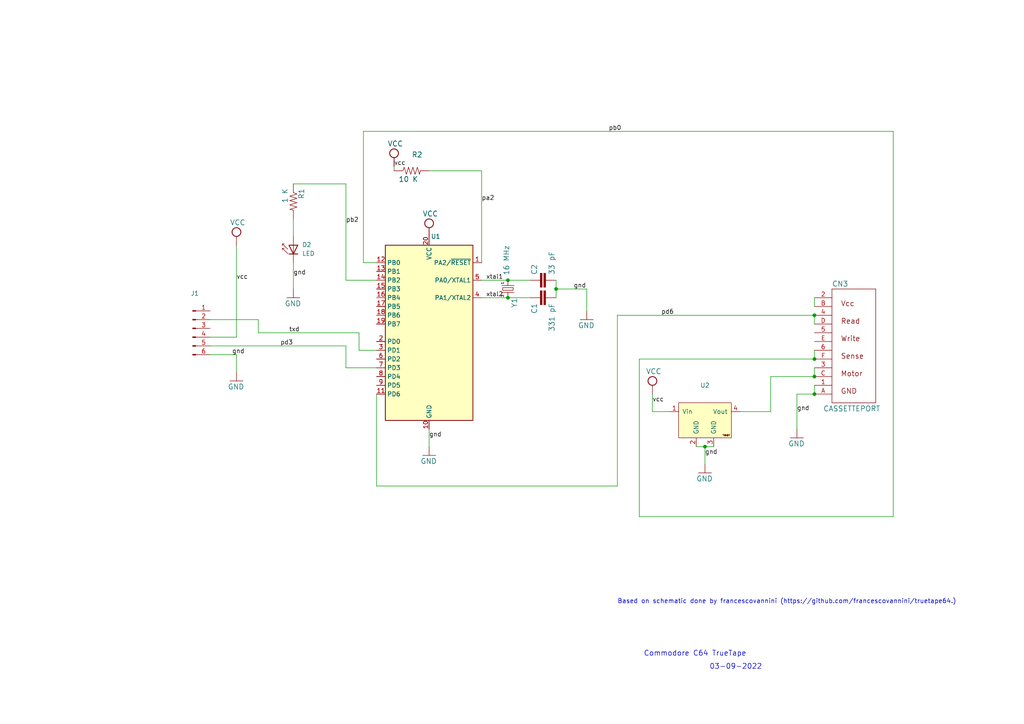
<source format=kicad_sch>
(kicad_sch (version 20230121) (generator eeschema)
  (paper "A4")
  (lib_symbols
    (symbol "CAPACITOR:CAPACITOR" (pin_names (offset 1.016))
      (property "Reference" "C" (at 1.524 0.381 0))
      (symbol "CAPACITOR_1_0"
        (rectangle (start -2.032 -2.032) (end 2.032 -1.524) (fill (type outline)))
        (rectangle (start -2.032 -1.016) (end 2.032 -0.508) (fill (type outline)))
        (polyline (pts (xy 0 -2.54) (xy 0 -2.032)))
        (polyline (pts (xy 0 0) (xy 0 -0.508)))
        (pin passive line (at 0 2.54 270) (length 2.54) (name "1") (number "1"))
        (pin passive line (at 0 -5.08 90) (length 2.54) (name "2") (number "2"))
      )
    )
    (symbol "CASSETTEPORT:CASSETTEPORT" (pin_names (offset 1.016))
      (property "Reference" "CN" (at -5.08 18.415 0))
      (property "Value" "CASSETTEPORT" (at -7.62 -17.78 0))
      (symbol "CASSETTEPORT_1_0"
        (polyline (pts (xy -5.08 -15.24) (xy 7.62 -15.24)))
        (polyline (pts (xy -5.08 17.78) (xy -5.08 -15.24)))
        (polyline (pts (xy 7.62 -15.24) (xy 7.62 17.78)))
        (polyline (pts (xy 7.62 17.78) (xy -5.08 17.78)))
        (text "GND" (at -2.54 -12.7 0) (effects (font (size 1.4986 1.4986)) (justify left bottom)))
        (text "Motor" (at -2.54 -7.62 0) (effects (font (size 1.4986 1.4986)) (justify left bottom)))
        (text "Read" (at -2.54 7.62 0) (effects (font (size 1.4986 1.4986)) (justify left bottom)))
        (text "Sense" (at -2.54 -2.54 0) (effects (font (size 1.4986 1.4986)) (justify left bottom)))
        (text "Vcc" (at -2.54 12.7 0) (effects (font (size 1.4986 1.4986)) (justify left bottom)))
        (text "Write" (at -2.54 2.54 0) (effects (font (size 1.4986 1.4986)) (justify left bottom)))
        (pin passive line (at -10.16 -10.16 0) (length 5.08) (name "GND1") (number "1"))
        (pin passive line (at -10.16 15.24 0) (length 5.08) (name "VCC1") (number "2"))
        (pin input line (at -10.16 -5.08 0) (length 5.08) (name "MOTOR1") (number "3"))
        (pin output line (at -10.16 10.16 0) (length 5.08) (name "READ1") (number "4"))
        (pin input line (at -10.16 5.08 0) (length 5.08) (name "WRITE1") (number "5"))
        (pin output line (at -10.16 0 0) (length 5.08) (name "SENSE1") (number "6"))
        (pin passive line (at -10.16 -12.7 0) (length 5.08) (name "GND2") (number "A"))
        (pin passive line (at -10.16 12.7 0) (length 5.08) (name "VCC2") (number "B"))
        (pin input line (at -10.16 -7.62 0) (length 5.08) (name "MOTOR2") (number "C"))
        (pin passive line (at -10.16 7.62 0) (length 5.08) (name "READ2") (number "D"))
        (pin input line (at -10.16 2.54 0) (length 5.08) (name "WRITE2") (number "E"))
        (pin passive line (at -10.16 -2.54 0) (length 5.08) (name "SENSE2") (number "F"))
      )
    )
    (symbol "CRYSTAL:CRYSTAL" (pin_names (offset 1.016))
      (property "Reference" "Y" (at 2.54 1.016 0))
      (property "Value" "CRYSTAL" (at 2.54 -2.54 0))
      (symbol "CRYSTAL_1_0"
        (polyline (pts (xy -2.54 0) (xy -1.016 0)))
        (polyline (pts (xy -1.016 1.778) (xy -1.016 -1.778)))
        (polyline (pts (xy -0.381 -1.524) (xy 0.381 -1.524)))
        (polyline (pts (xy -0.381 1.524) (xy -0.381 -1.524)))
        (polyline (pts (xy 0.381 -1.524) (xy 0.381 1.524)))
        (polyline (pts (xy 0.381 1.524) (xy -0.381 1.524)))
        (polyline (pts (xy 1.016 0) (xy 2.54 0)))
        (polyline (pts (xy 1.016 1.778) (xy 1.016 -1.778)))
        (text "1" (at -2.159 -1.143 0) (effects (font (size 0.7112 0.7112)) (justify left bottom)))
        (text "2" (at 1.524 -1.143 0) (effects (font (size 0.7112 0.7112)) (justify left bottom)))
        (pin passive line (at -2.54 0 0) (length 0) (name "1") (number "1"))
        (pin passive line (at 2.54 0 180) (length 0) (name "2") (number "2"))
      )
    )
    (symbol "Connector:Conn_01x06_Male" (pin_names (offset 1.016) hide)
      (property "Reference" "J" (at 0 7.62 0))
      (property "Value" "Conn_01x06_Male" (at 0 -10.16 0))
      (symbol "Conn_01x06_Male_1_1"
        (polyline (pts (xy 1.27 -7.62) (xy 0.8636 -7.62)) (stroke (width 0.1524)))
        (polyline (pts (xy 1.27 -5.08) (xy 0.8636 -5.08)) (stroke (width 0.1524)))
        (polyline (pts (xy 1.27 -2.54) (xy 0.8636 -2.54)) (stroke (width 0.1524)))
        (polyline (pts (xy 1.27 0) (xy 0.8636 0)) (stroke (width 0.1524)))
        (polyline (pts (xy 1.27 2.54) (xy 0.8636 2.54)) (stroke (width 0.1524)))
        (polyline (pts (xy 1.27 5.08) (xy 0.8636 5.08)) (stroke (width 0.1524)))
        (rectangle (start 0.8636 -7.493) (end 0 -7.747) (stroke (width 0.1524)) (fill (type outline)))
        (rectangle (start 0.8636 -4.953) (end 0 -5.207) (stroke (width 0.1524)) (fill (type outline)))
        (rectangle (start 0.8636 -2.413) (end 0 -2.667) (stroke (width 0.1524)) (fill (type outline)))
        (rectangle (start 0.8636 0.127) (end 0 -0.127) (stroke (width 0.1524)) (fill (type outline)))
        (rectangle (start 0.8636 2.667) (end 0 2.413) (stroke (width 0.1524)) (fill (type outline)))
        (rectangle (start 0.8636 5.207) (end 0 4.953) (stroke (width 0.1524)) (fill (type outline)))
        (pin passive line (at 5.08 5.08 180) (length 3.81) (name "Pin_1") (number "1"))
        (pin passive line (at 5.08 2.54 180) (length 3.81) (name "Pin_2") (number "2"))
        (pin passive line (at 5.08 0 180) (length 3.81) (name "Pin_3") (number "3"))
        (pin passive line (at 5.08 -2.54 180) (length 3.81) (name "Pin_4") (number "4"))
        (pin passive line (at 5.08 -5.08 180) (length 3.81) (name "Pin_5") (number "5"))
        (pin passive line (at 5.08 -7.62 180) (length 3.81) (name "Pin_6") (number "6"))
      )
    )
    (symbol "GND:GND" (power) (pin_names (offset 1.016))
      (property "Value" "GND" (at -2.54 -2.54 0))
      (symbol "GND_1_0"
        (polyline (pts (xy -1.905 0) (xy 1.905 0)))
        (pin power_in line (at 0 2.54 270) (length 2.54) (name "GND") (number "1"))
      )
    )
    (symbol "LED:CQY99" (pin_numbers hide) (pin_names (offset 1.016) hide)
      (property "Reference" "D" (at 0.508 1.778 0))
      (property "Value" "CQY99" (at -1.016 -2.794 0))
      (symbol "CQY99_0_1"
        (polyline (pts (xy -2.54 1.27) (xy -2.54 -1.27)) (stroke (width 0.254)))
        (polyline (pts (xy 0 0) (xy -2.54 0)))
        (polyline (pts (xy 0.381 3.175) (xy -0.127 3.175)))
        (polyline (pts (xy -1.143 1.651) (xy 0.381 3.175) (xy 0.381 2.667)))
        (polyline (pts (xy 0 -1.27) (xy -2.54 0) (xy 0 1.27) (xy 0 -1.27)) (stroke (width 0.254)))
        (polyline (pts (xy -2.413 1.651) (xy -0.889 3.175) (xy -0.889 2.667) (xy -0.889 3.175) (xy -1.397 3.175)))
      )
      (symbol "CQY99_1_1"
        (pin passive line (at -5.08 0 0) (length 2.54) (name "K") (number "1"))
        (pin passive line (at 2.54 0 180) (length 2.54) (name "A") (number "2"))
      )
    )
    (symbol "MCU_Microchip_ATtiny:ATtiny2313-20P"
      (property "Reference" "U" (at -12.7 26.67 0))
      (property "Value" "ATtiny2313-20P" (at 2.54 -26.67 0))
      (symbol "ATtiny2313-20P_0_1"
        (rectangle (start -12.7 -25.4) (end 12.7 25.4) (stroke (width 0.254)) (fill (type background)))
      )
      (symbol "ATtiny2313-20P_1_1"
        (pin bidirectional line (at -15.24 20.32 0) (length 2.54) (name "PA2/~{RESET}") (number "1"))
        (pin power_in line (at 0 -27.94 90) (length 2.54) (name "GND") (number "10"))
        (pin bidirectional line (at 15.24 -17.78 180) (length 2.54) (name "PD6") (number "11"))
        (pin bidirectional line (at 15.24 20.32 180) (length 2.54) (name "PB0") (number "12"))
        (pin bidirectional line (at 15.24 17.78 180) (length 2.54) (name "PB1") (number "13"))
        (pin bidirectional line (at 15.24 15.24 180) (length 2.54) (name "PB2") (number "14"))
        (pin bidirectional line (at 15.24 12.7 180) (length 2.54) (name "PB3") (number "15"))
        (pin bidirectional line (at 15.24 10.16 180) (length 2.54) (name "PB4") (number "16"))
        (pin bidirectional line (at 15.24 7.62 180) (length 2.54) (name "PB5") (number "17"))
        (pin bidirectional line (at 15.24 5.08 180) (length 2.54) (name "PB6") (number "18"))
        (pin bidirectional line (at 15.24 2.54 180) (length 2.54) (name "PB7") (number "19"))
        (pin bidirectional line (at 15.24 -2.54 180) (length 2.54) (name "PD0") (number "2"))
        (pin power_in line (at 0 27.94 270) (length 2.54) (name "VCC") (number "20"))
        (pin bidirectional line (at 15.24 -5.08 180) (length 2.54) (name "PD1") (number "3"))
        (pin bidirectional line (at -15.24 10.16 0) (length 2.54) (name "PA1/XTAL2") (number "4"))
        (pin bidirectional line (at -15.24 15.24 0) (length 2.54) (name "PA0/XTAL1") (number "5"))
        (pin bidirectional line (at 15.24 -7.62 180) (length 2.54) (name "PD2") (number "6"))
        (pin bidirectional line (at 15.24 -10.16 180) (length 2.54) (name "PD3") (number "7"))
        (pin bidirectional line (at 15.24 -12.7 180) (length 2.54) (name "PD4") (number "8"))
        (pin bidirectional line (at 15.24 -15.24 180) (length 2.54) (name "PD5") (number "9"))
      )
    )
    (symbol "RESISTOR:RESISTOR" (pin_names (offset 1.016))
      (property "Reference" "R" (at -3.81 1.4986 0))
      (property "Value" "RESISTOR" (at -3.81 -3.302 0))
      (symbol "RESISTOR_1_0"
        (polyline (pts (xy -2.54 0) (xy -2.159 1.016)))
        (polyline (pts (xy -2.159 1.016) (xy -1.524 -1.016)))
        (polyline (pts (xy -1.524 -1.016) (xy -0.889 1.016)))
        (polyline (pts (xy -0.889 1.016) (xy -0.254 -1.016)))
        (polyline (pts (xy -0.254 -1.016) (xy 0.381 1.016)))
        (polyline (pts (xy 0.381 1.016) (xy 1.016 -1.016)))
        (polyline (pts (xy 1.016 -1.016) (xy 1.651 1.016)))
        (polyline (pts (xy 1.651 1.016) (xy 2.286 -1.016)))
        (polyline (pts (xy 2.286 -1.016) (xy 2.54 0)))
        (pin passive line (at -5.08 0 0) (length 2.54) (name "1") (number "1"))
        (pin passive line (at 5.08 0 180) (length 2.54) (name "2") (number "2"))
      )
    )
    (symbol "VCC:VCC" (power) (pin_names (offset 1.016))
      (property "Value" "VCC" (at -1.905 3.175 0))
      (symbol "VCC_1_0"
        (circle (center 0 1.27) (radius 1.27) (stroke (width 0.254)))
        (pin power_in line (at 0 -2.54 90) (length 2.54) (name "VCC") (number "1"))
      )
    )
    (symbol "yaaj_dcdc_stepdown_lm2596:YAAJ_DCDC_StepDown_LM2596" (pin_names (offset 1.016))
      (property "Reference" "U" (at -5.08 6.35 0))
      (property "Value" "YAAJ_DCDC_StepDown_LM2596" (at 0 11.43 0))
      (symbol "YAAJ_DCDC_StepDown_LM2596_0_1"
        (rectangle (start -7.62 5.08) (end 7.62 -5.08) (fill (type background)))
      )
      (symbol "YAAJ_DCDC_StepDown_LM2596_1_1"
        (text "Y@@V" (at 6.1976 -4.2672 0) (effects (font (size 0.508 0.508))))
        (pin power_in line (at -10.16 2.54 0) (length 2.54) (name "Vin") (number "1"))
        (pin power_in line (at -2.54 -7.62 90) (length 2.54) (name "GND") (number "2"))
        (pin power_in line (at 2.54 -7.62 90) (length 2.54) (name "GND") (number "3"))
        (pin power_out line (at 10.16 2.54 180) (length 2.54) (name "Vout") (number "4"))
      )
    )
  )
  (junction (at 236.22 114.3))
  (junction (at 147.32 86.36))
  (junction (at 204.47 129.54))
  (junction (at 236.22 109.22))
  (junction (at 236.22 104.14))
  (junction (at 147.32 81.28))
  (junction (at 161.29 83.82))
  (junction (at 236.22 91.44))
  (wire (pts (xy 170.18 90.17) (xy 170.18 83.82)))
  (wire (pts (xy 236.22 101.6) (xy 236.22 104.14)))
  (wire (pts (xy 85.09 63.5) (xy 85.09 68.58)))
  (wire (pts (xy 100.33 100.33) (xy 100.33 106.68)))
  (wire (pts (xy 147.32 86.36) (xy 153.67 86.36)))
  (wire (pts (xy 139.7 49.53) (xy 139.7 76.2)))
  (wire (pts (xy 100.33 53.34) (xy 100.33 81.28)))
  (wire (pts (xy 74.93 96.52) (xy 74.93 92.71)))
  (wire (pts (xy 179.07 91.44) (xy 236.22 91.44)))
  (wire (pts (xy 114.3 48.26) (xy 114.3 49.53)))
  (wire (pts (xy 189.23 119.38) (xy 194.31 119.38)))
  (wire (pts (xy 223.52 119.38) (xy 223.52 109.22)))
  (wire (pts (xy 109.22 101.6) (xy 104.14 101.6)))
  (wire (pts (xy 161.29 81.28) (xy 161.29 83.82)))
  (wire (pts (xy 236.22 111.76) (xy 236.22 114.3)))
  (wire (pts (xy 185.42 149.86) (xy 259.08 149.86)))
  (wire (pts (xy 185.42 104.14) (xy 185.42 149.86)))
  (wire (pts (xy 214.63 119.38) (xy 223.52 119.38)))
  (wire (pts (xy 231.14 114.3) (xy 231.14 124.46)))
  (wire (pts (xy 104.14 96.52) (xy 74.93 96.52)))
  (wire (pts (xy 60.96 102.87) (xy 68.58 102.87)))
  (wire (pts (xy 236.22 106.68) (xy 236.22 109.22)))
  (wire (pts (xy 105.41 38.1) (xy 259.08 38.1)))
  (wire (pts (xy 124.46 124.46) (xy 124.46 129.54)))
  (wire (pts (xy 109.22 76.2) (xy 105.41 76.2)))
  (wire (pts (xy 105.41 76.2) (xy 105.41 38.1)))
  (wire (pts (xy 204.47 129.54) (xy 204.47 134.62)))
  (wire (pts (xy 170.18 83.82) (xy 161.29 83.82)))
  (wire (pts (xy 185.42 104.14) (xy 236.22 104.14)))
  (wire (pts (xy 201.93 129.54) (xy 204.47 129.54)))
  (wire (pts (xy 60.96 100.33) (xy 100.33 100.33)))
  (wire (pts (xy 139.7 86.36) (xy 147.32 86.36)))
  (wire (pts (xy 259.08 38.1) (xy 259.08 149.86)))
  (wire (pts (xy 223.52 109.22) (xy 236.22 109.22)))
  (wire (pts (xy 104.14 96.52) (xy 104.14 101.6)))
  (wire (pts (xy 189.23 114.3) (xy 189.23 119.38)))
  (wire (pts (xy 74.93 92.71) (xy 60.96 92.71)))
  (wire (pts (xy 100.33 106.68) (xy 109.22 106.68)))
  (wire (pts (xy 124.46 49.53) (xy 139.7 49.53)))
  (wire (pts (xy 161.29 83.82) (xy 161.29 86.36)))
  (wire (pts (xy 147.32 81.28) (xy 153.67 81.28)))
  (wire (pts (xy 109.22 114.3) (xy 109.22 140.97)))
  (wire (pts (xy 236.22 91.44) (xy 236.22 93.98)))
  (wire (pts (xy 85.09 53.34) (xy 100.33 53.34)))
  (wire (pts (xy 100.33 81.28) (xy 109.22 81.28)))
  (wire (pts (xy 236.22 86.36) (xy 236.22 88.9)))
  (wire (pts (xy 139.7 81.28) (xy 147.32 81.28)))
  (wire (pts (xy 68.58 71.12) (xy 68.58 97.79)))
  (wire (pts (xy 85.09 76.2) (xy 85.09 83.82)))
  (wire (pts (xy 68.58 97.79) (xy 60.96 97.79)))
  (wire (pts (xy 68.58 102.87) (xy 68.58 107.95)))
  (wire (pts (xy 204.47 129.54) (xy 207.01 129.54)))
  (wire (pts (xy 109.22 140.97) (xy 179.07 140.97)))
  (wire (pts (xy 231.14 114.3) (xy 236.22 114.3)))
  (wire (pts (xy 179.07 140.97) (xy 179.07 91.44)))
  (text "Based on schematic done by francescovannini (https://github.com/francescovannini/truetape64.)" (at 179.07 175.26 0) (effects (font (size 1.3 1.3)) (justify left bottom)))
  (text "03-09-2022" (at 205.74 194.31 0) (effects (font (size 1.4986 1.4986)) (justify left bottom)))
  (text "Commodore C64 TrueTape" (at 186.69 190.5 0) (effects (font (size 1.4986 1.4986)) (justify left bottom)))
  (label "pd3" (at 81.28 100.33 0))
  (label "vcc" (at 114.3 48.26 0))
  (label "pd6" (at 191.77 91.44 0))
  (label "xtal1" (at 140.97 81.28 0))
  (label "pb0" (at 176.53 38.1 0))
  (label "gnd" (at 166.37 83.82 0))
  (label "gnd" (at 204.47 132.08 0))
  (label "gnd" (at 124.46 127 0))
  (label "gnd" (at 85.09 80.01 0))
  (label "gnd" (at 67.31 102.87 0))
  (label "gnd" (at 231.14 119.38 0))
  (label "pb2" (at 100.33 64.77 0))
  (label "txd" (at 83.82 96.52 0))
  (label "pa2" (at 139.7 58.42 0))
  (label "vcc" (at 68.58 81.28 0))
  (label "xtal2" (at 140.97 86.36 0))
  (label "vcc" (at 189.23 116.84 0))
  (symbol (lib_id "GND:GND") (at 68.58 110.49 0) (unit 1)
    (property "Reference" "#GND090" (effects hide))
    (property "Value" "GND" (at 66.04 113.03 0) (effects (font (size 1.4986 1.4986)) (justify left bottom)))
  )
  (symbol (lib_id "CASSETTEPORT:CASSETTEPORT") (at 246.38 101.6 0) (unit 1)
    (property "Reference" "CN3" (at 241.3 83.185 0) (effects (font (size 1.4986 1.4986)) (justify left bottom)))
    (property "Value" "CASSETTEPORT" (at 238.76 119.38 0) (effects (font (size 1.4986 1.4986)) (justify left bottom)))
    (property "Footprint" "CASSETTEPORT:CASSETTEPORT" (effects hide))
  )
  (symbol (lib_id "CRYSTAL:CRYSTAL") (at 147.32 83.82 270) (unit 1)
    (property "Reference" "Y1" (at 148.336 86.36 0) (effects (font (size 1.4986 1.4986)) (justify left bottom)))
    (property "Value" "16 MHz" (at 146.05 71.12 0) (effects (font (size 1.4986 1.4986)) (justify left bottom)))
    (property "Footprint" "Crystal:HC49TL-H" (effects hide))
  )
  (symbol (lib_id "RESISTOR:RESISTOR") (at 85.09 58.42 270) (unit 1)
    (property "Reference" "R1" (at 86.5886 54.61 0) (effects (font (size 1.4986 1.4986)) (justify left bottom)))
    (property "Value" "1 K" (at 81.788 54.61 0) (effects (font (size 1.4986 1.4986)) (justify left bottom)))
    (property "Footprint" "Resistor_THT:R_Axial_DIN0414_L11.9mm_D4.5mm_P7.62mm_Vertical" (effects hide))
  )
  (symbol (lib_id "CAPACITOR:CAPACITOR") (at 156.21 86.36 90) (mirror x) (unit 1)
    (property "Reference" "C1" (at 155.829 87.884 0) (effects (font (size 1.4986 1.4986)) (justify left bottom)))
    (property "Value" "331 pF" (at 160.909 87.884 0) (effects (font (size 1.4986 1.4986)) (justify left bottom)))
    (property "Footprint" "Capacitor:0203" (effects hide))
  )
  (symbol (lib_id "LED:CQY99") (at 85.09 71.12 90) (unit 1)
    (property "Reference" "D2" (at 87.63 70.9929 90) (effects (justify right)))
    (property "Value" "LED" (at 87.63 73.5329 90) (effects (justify right)))
    (property "Footprint" "LED_THT:LED_D5.0mm_IRGrey" (effects hide))
    (property "Datasheet" "https://www.prtice.info/IMG/pdf/CQY99.pdf" (effects hide))
  )
  (symbol (lib_id "GND:GND") (at 231.14 127 0) (unit 1)
    (property "Reference" "#GND0103" (effects hide))
    (property "Value" "GND" (at 228.6 129.54 0) (effects (font (size 1.4986 1.4986)) (justify left bottom)))
  )
  (symbol (lib_id "GND:GND") (at 204.47 137.16 0) (unit 1)
    (property "Reference" "#GND0102" (effects hide))
    (property "Value" "GND" (at 201.93 139.7 0) (effects (font (size 1.4986 1.4986)) (justify left bottom)))
  )
  (symbol (lib_id "GND:GND") (at 124.46 132.08 0) (unit 1)
    (property "Reference" "#GND0105" (effects hide))
    (property "Value" "GND" (at 121.92 134.62 0) (effects (font (size 1.4986 1.4986)) (justify left bottom)))
  )
  (symbol (lib_id "VCC:VCC") (at 68.58 68.58 0) (unit 1)
    (property "Reference" "#V0102" (effects hide))
    (property "Value" "VCC" (at 66.675 65.405 0) (effects (font (size 1.4986 1.4986)) (justify left bottom)))
  )
  (symbol (lib_id "RESISTOR:RESISTOR") (at 119.38 49.53 0) (unit 1)
    (property "Reference" "R2" (at 119.38 45.72 0) (effects (font (size 1.4986 1.4986)) (justify left bottom)))
    (property "Value" "10 K" (at 115.57 52.832 0) (effects (font (size 1.4986 1.4986)) (justify left bottom)))
    (property "Footprint" "Resistor_THT:R_Axial_DIN0414_L11.9mm_D4.5mm_P7.62mm_Vertical" (effects hide))
  )
  (symbol (lib_id "GND:GND") (at 170.18 92.71 0) (unit 1)
    (property "Reference" "#GND0101" (effects hide))
    (property "Value" "GND" (at 167.64 95.25 0) (effects (font (size 1.4986 1.4986)) (justify left bottom)))
  )
  (symbol (lib_id "VCC:VCC") (at 189.23 111.76 0) (unit 1)
    (property "Reference" "#V0101" (effects hide))
    (property "Value" "VCC" (at 187.325 108.585 0) (effects (font (size 1.4986 1.4986)) (justify left bottom)))
  )
  (symbol (lib_id "MCU_Microchip_ATtiny:ATtiny2313-20P") (at 124.46 96.52 0) (mirror y) (unit 1)
    (property "Reference" "U1" (at 124.9806 68.58 0) (effects (justify right)))
    (property "Value" "ATtiny2313-20P" (effects hide))
    (property "Footprint" "Package_DIP:DIP-20_W7.62mm" (effects hide))
    (property "Datasheet" "http://ww1.microchip.com/downloads/en/DeviceDoc/Atmel-2543-AVR-ATtiny2313_Datasheet.pdf" (effects hide))
  )
  (symbol (lib_id "Connector:Conn_01x06_Male") (at 55.88 95.25 0) (unit 1)
    (property "Reference" "J1" (at 56.515 85.09 0))
    (property "Value" "Conn_01x06_Male" (effects hide))
    (property "Footprint" "Connector_PinHeader_2.54mm:PinHeader_1x06_P2.54mm_Vertical" (effects hide))
  )
  (symbol (lib_id "CAPACITOR:CAPACITOR") (at 156.21 81.28 90) (unit 1)
    (property "Reference" "C2" (at 155.829 79.756 0) (effects (font (size 1.4986 1.4986)) (justify left bottom)))
    (property "Value" "33 pF" (at 160.909 79.756 0) (effects (font (size 1.4986 1.4986)) (justify left bottom)))
    (property "Footprint" "Capacitor:0203" (effects hide))
  )
  (symbol (lib_id "VCC:VCC") (at 124.46 66.04 0) (unit 1)
    (property "Reference" "#V0103" (effects hide))
    (property "Value" "VCC" (at 122.555 62.865 0) (effects (font (size 1.4986 1.4986)) (justify left bottom)))
  )
  (symbol (lib_id "GND:GND") (at 85.09 86.36 0) (unit 1)
    (property "Reference" "#GND0104" (effects hide))
    (property "Value" "GND" (at 82.55 88.9 0) (effects (font (size 1.4986 1.4986)) (justify left bottom)))
  )
  (symbol (lib_id "VCC:VCC") (at 114.3 45.72 0) (unit 1)
    (property "Reference" "#V0104" (effects hide))
    (property "Value" "VCC" (at 112.395 42.545 0) (effects (font (size 1.4986 1.4986)) (justify left bottom)))
  )
  (symbol (lib_id "yaaj_dcdc_stepdown_lm2596:YAAJ_DCDC_StepDown_LM2596") (at 204.47 121.92 0) (unit 1)
    (property "Reference" "U2" (at 204.47 111.76 0))
    (property "Value" "YAAJ_DCDC_StepDown_LM2596" (effects hide))
    (property "Footprint" "LM2596:YAAJ_DCDC_StepDown_LM2596" (effects hide))
  )
)
</source>
